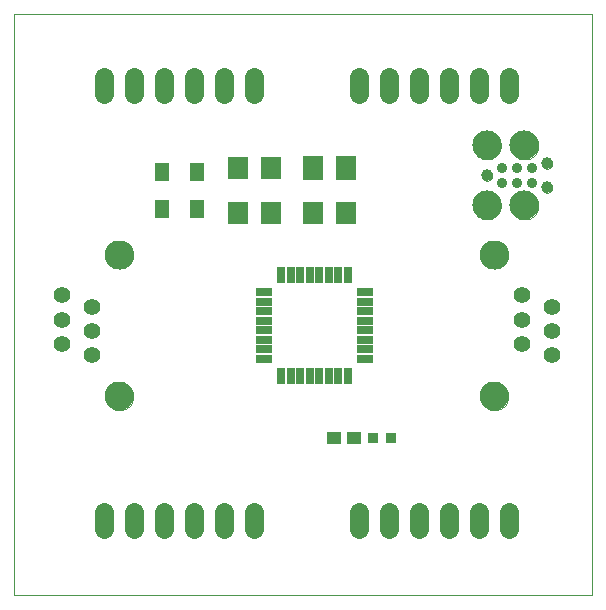
<source format=gts>
G75*
G70*
%OFA0B0*%
%FSLAX24Y24*%
%IPPOS*%
%LPD*%
%AMOC8*
5,1,8,0,0,1.08239X$1,22.5*
%
%ADD10C,0.0000*%
%ADD11R,0.0260X0.0540*%
%ADD12R,0.0540X0.0260*%
%ADD13R,0.0670X0.0827*%
%ADD14R,0.0670X0.0749*%
%ADD15C,0.0555*%
%ADD16C,0.0969*%
%ADD17R,0.0473X0.0434*%
%ADD18R,0.0355X0.0355*%
%ADD19C,0.0350*%
%ADD20C,0.0390*%
%ADD21C,0.0975*%
%ADD22R,0.0512X0.0591*%
%ADD23C,0.0634*%
D10*
X000162Y000100D02*
X000162Y019471D01*
X019407Y019471D01*
X019407Y000100D01*
X000162Y000100D01*
X003197Y006738D02*
X003199Y006781D01*
X003205Y006823D01*
X003215Y006865D01*
X003228Y006906D01*
X003246Y006945D01*
X003267Y006983D01*
X003291Y007018D01*
X003318Y007051D01*
X003349Y007082D01*
X003382Y007109D01*
X003417Y007133D01*
X003455Y007154D01*
X003494Y007172D01*
X003535Y007185D01*
X003577Y007195D01*
X003619Y007201D01*
X003662Y007203D01*
X003705Y007201D01*
X003747Y007195D01*
X003789Y007185D01*
X003830Y007172D01*
X003869Y007154D01*
X003907Y007133D01*
X003942Y007109D01*
X003975Y007082D01*
X004006Y007051D01*
X004033Y007018D01*
X004057Y006983D01*
X004078Y006945D01*
X004096Y006906D01*
X004109Y006865D01*
X004119Y006823D01*
X004125Y006781D01*
X004127Y006738D01*
X004125Y006695D01*
X004119Y006653D01*
X004109Y006611D01*
X004096Y006570D01*
X004078Y006531D01*
X004057Y006493D01*
X004033Y006458D01*
X004006Y006425D01*
X003975Y006394D01*
X003942Y006367D01*
X003907Y006343D01*
X003869Y006322D01*
X003830Y006304D01*
X003789Y006291D01*
X003747Y006281D01*
X003705Y006275D01*
X003662Y006273D01*
X003619Y006275D01*
X003577Y006281D01*
X003535Y006291D01*
X003494Y006304D01*
X003455Y006322D01*
X003417Y006343D01*
X003382Y006367D01*
X003349Y006394D01*
X003318Y006425D01*
X003291Y006458D01*
X003267Y006493D01*
X003246Y006531D01*
X003228Y006570D01*
X003215Y006611D01*
X003205Y006653D01*
X003199Y006695D01*
X003197Y006738D01*
X003197Y011462D02*
X003199Y011505D01*
X003205Y011547D01*
X003215Y011589D01*
X003228Y011630D01*
X003246Y011669D01*
X003267Y011707D01*
X003291Y011742D01*
X003318Y011775D01*
X003349Y011806D01*
X003382Y011833D01*
X003417Y011857D01*
X003455Y011878D01*
X003494Y011896D01*
X003535Y011909D01*
X003577Y011919D01*
X003619Y011925D01*
X003662Y011927D01*
X003705Y011925D01*
X003747Y011919D01*
X003789Y011909D01*
X003830Y011896D01*
X003869Y011878D01*
X003907Y011857D01*
X003942Y011833D01*
X003975Y011806D01*
X004006Y011775D01*
X004033Y011742D01*
X004057Y011707D01*
X004078Y011669D01*
X004096Y011630D01*
X004109Y011589D01*
X004119Y011547D01*
X004125Y011505D01*
X004127Y011462D01*
X004125Y011419D01*
X004119Y011377D01*
X004109Y011335D01*
X004096Y011294D01*
X004078Y011255D01*
X004057Y011217D01*
X004033Y011182D01*
X004006Y011149D01*
X003975Y011118D01*
X003942Y011091D01*
X003907Y011067D01*
X003869Y011046D01*
X003830Y011028D01*
X003789Y011015D01*
X003747Y011005D01*
X003705Y010999D01*
X003662Y010997D01*
X003619Y010999D01*
X003577Y011005D01*
X003535Y011015D01*
X003494Y011028D01*
X003455Y011046D01*
X003417Y011067D01*
X003382Y011091D01*
X003349Y011118D01*
X003318Y011149D01*
X003291Y011182D01*
X003267Y011217D01*
X003246Y011255D01*
X003228Y011294D01*
X003215Y011335D01*
X003205Y011377D01*
X003199Y011419D01*
X003197Y011462D01*
X015445Y013100D02*
X015447Y013143D01*
X015453Y013186D01*
X015463Y013228D01*
X015477Y013269D01*
X015494Y013308D01*
X015515Y013346D01*
X015539Y013381D01*
X015567Y013415D01*
X015597Y013445D01*
X015631Y013473D01*
X015666Y013497D01*
X015704Y013518D01*
X015743Y013535D01*
X015784Y013549D01*
X015826Y013559D01*
X015869Y013565D01*
X015912Y013567D01*
X015955Y013565D01*
X015998Y013559D01*
X016040Y013549D01*
X016081Y013535D01*
X016120Y013518D01*
X016158Y013497D01*
X016193Y013473D01*
X016227Y013445D01*
X016257Y013415D01*
X016285Y013381D01*
X016309Y013346D01*
X016330Y013308D01*
X016347Y013269D01*
X016361Y013228D01*
X016371Y013186D01*
X016377Y013143D01*
X016379Y013100D01*
X016377Y013057D01*
X016371Y013014D01*
X016361Y012972D01*
X016347Y012931D01*
X016330Y012892D01*
X016309Y012854D01*
X016285Y012819D01*
X016257Y012785D01*
X016227Y012755D01*
X016193Y012727D01*
X016158Y012703D01*
X016120Y012682D01*
X016081Y012665D01*
X016040Y012651D01*
X015998Y012641D01*
X015955Y012635D01*
X015912Y012633D01*
X015869Y012635D01*
X015826Y012641D01*
X015784Y012651D01*
X015743Y012665D01*
X015704Y012682D01*
X015666Y012703D01*
X015631Y012727D01*
X015597Y012755D01*
X015567Y012785D01*
X015539Y012819D01*
X015515Y012854D01*
X015494Y012892D01*
X015477Y012931D01*
X015463Y012972D01*
X015453Y013014D01*
X015447Y013057D01*
X015445Y013100D01*
X015737Y014100D02*
X015739Y014126D01*
X015745Y014152D01*
X015754Y014176D01*
X015767Y014199D01*
X015784Y014219D01*
X015803Y014237D01*
X015825Y014252D01*
X015848Y014263D01*
X015873Y014271D01*
X015899Y014275D01*
X015925Y014275D01*
X015951Y014271D01*
X015976Y014263D01*
X016000Y014252D01*
X016021Y014237D01*
X016040Y014219D01*
X016057Y014199D01*
X016070Y014176D01*
X016079Y014152D01*
X016085Y014126D01*
X016087Y014100D01*
X016085Y014074D01*
X016079Y014048D01*
X016070Y014024D01*
X016057Y014001D01*
X016040Y013981D01*
X016021Y013963D01*
X015999Y013948D01*
X015976Y013937D01*
X015951Y013929D01*
X015925Y013925D01*
X015899Y013925D01*
X015873Y013929D01*
X015848Y013937D01*
X015824Y013948D01*
X015803Y013963D01*
X015784Y013981D01*
X015767Y014001D01*
X015754Y014024D01*
X015745Y014048D01*
X015739Y014074D01*
X015737Y014100D01*
X015445Y015100D02*
X015447Y015143D01*
X015453Y015186D01*
X015463Y015228D01*
X015477Y015269D01*
X015494Y015308D01*
X015515Y015346D01*
X015539Y015381D01*
X015567Y015415D01*
X015597Y015445D01*
X015631Y015473D01*
X015666Y015497D01*
X015704Y015518D01*
X015743Y015535D01*
X015784Y015549D01*
X015826Y015559D01*
X015869Y015565D01*
X015912Y015567D01*
X015955Y015565D01*
X015998Y015559D01*
X016040Y015549D01*
X016081Y015535D01*
X016120Y015518D01*
X016158Y015497D01*
X016193Y015473D01*
X016227Y015445D01*
X016257Y015415D01*
X016285Y015381D01*
X016309Y015346D01*
X016330Y015308D01*
X016347Y015269D01*
X016361Y015228D01*
X016371Y015186D01*
X016377Y015143D01*
X016379Y015100D01*
X016377Y015057D01*
X016371Y015014D01*
X016361Y014972D01*
X016347Y014931D01*
X016330Y014892D01*
X016309Y014854D01*
X016285Y014819D01*
X016257Y014785D01*
X016227Y014755D01*
X016193Y014727D01*
X016158Y014703D01*
X016120Y014682D01*
X016081Y014665D01*
X016040Y014651D01*
X015998Y014641D01*
X015955Y014635D01*
X015912Y014633D01*
X015869Y014635D01*
X015826Y014641D01*
X015784Y014651D01*
X015743Y014665D01*
X015704Y014682D01*
X015666Y014703D01*
X015631Y014727D01*
X015597Y014755D01*
X015567Y014785D01*
X015539Y014819D01*
X015515Y014854D01*
X015494Y014892D01*
X015477Y014931D01*
X015463Y014972D01*
X015453Y015014D01*
X015447Y015057D01*
X015445Y015100D01*
X016695Y015100D02*
X016697Y015143D01*
X016703Y015186D01*
X016713Y015228D01*
X016727Y015269D01*
X016744Y015308D01*
X016765Y015346D01*
X016789Y015381D01*
X016817Y015415D01*
X016847Y015445D01*
X016881Y015473D01*
X016916Y015497D01*
X016954Y015518D01*
X016993Y015535D01*
X017034Y015549D01*
X017076Y015559D01*
X017119Y015565D01*
X017162Y015567D01*
X017205Y015565D01*
X017248Y015559D01*
X017290Y015549D01*
X017331Y015535D01*
X017370Y015518D01*
X017408Y015497D01*
X017443Y015473D01*
X017477Y015445D01*
X017507Y015415D01*
X017535Y015381D01*
X017559Y015346D01*
X017580Y015308D01*
X017597Y015269D01*
X017611Y015228D01*
X017621Y015186D01*
X017627Y015143D01*
X017629Y015100D01*
X017627Y015057D01*
X017621Y015014D01*
X017611Y014972D01*
X017597Y014931D01*
X017580Y014892D01*
X017559Y014854D01*
X017535Y014819D01*
X017507Y014785D01*
X017477Y014755D01*
X017443Y014727D01*
X017408Y014703D01*
X017370Y014682D01*
X017331Y014665D01*
X017290Y014651D01*
X017248Y014641D01*
X017205Y014635D01*
X017162Y014633D01*
X017119Y014635D01*
X017076Y014641D01*
X017034Y014651D01*
X016993Y014665D01*
X016954Y014682D01*
X016916Y014703D01*
X016881Y014727D01*
X016847Y014755D01*
X016817Y014785D01*
X016789Y014819D01*
X016765Y014854D01*
X016744Y014892D01*
X016727Y014931D01*
X016713Y014972D01*
X016703Y015014D01*
X016697Y015057D01*
X016695Y015100D01*
X017737Y014500D02*
X017739Y014526D01*
X017745Y014552D01*
X017754Y014576D01*
X017767Y014599D01*
X017784Y014619D01*
X017803Y014637D01*
X017825Y014652D01*
X017848Y014663D01*
X017873Y014671D01*
X017899Y014675D01*
X017925Y014675D01*
X017951Y014671D01*
X017976Y014663D01*
X018000Y014652D01*
X018021Y014637D01*
X018040Y014619D01*
X018057Y014599D01*
X018070Y014576D01*
X018079Y014552D01*
X018085Y014526D01*
X018087Y014500D01*
X018085Y014474D01*
X018079Y014448D01*
X018070Y014424D01*
X018057Y014401D01*
X018040Y014381D01*
X018021Y014363D01*
X017999Y014348D01*
X017976Y014337D01*
X017951Y014329D01*
X017925Y014325D01*
X017899Y014325D01*
X017873Y014329D01*
X017848Y014337D01*
X017824Y014348D01*
X017803Y014363D01*
X017784Y014381D01*
X017767Y014401D01*
X017754Y014424D01*
X017745Y014448D01*
X017739Y014474D01*
X017737Y014500D01*
X017737Y013700D02*
X017739Y013726D01*
X017745Y013752D01*
X017754Y013776D01*
X017767Y013799D01*
X017784Y013819D01*
X017803Y013837D01*
X017825Y013852D01*
X017848Y013863D01*
X017873Y013871D01*
X017899Y013875D01*
X017925Y013875D01*
X017951Y013871D01*
X017976Y013863D01*
X018000Y013852D01*
X018021Y013837D01*
X018040Y013819D01*
X018057Y013799D01*
X018070Y013776D01*
X018079Y013752D01*
X018085Y013726D01*
X018087Y013700D01*
X018085Y013674D01*
X018079Y013648D01*
X018070Y013624D01*
X018057Y013601D01*
X018040Y013581D01*
X018021Y013563D01*
X017999Y013548D01*
X017976Y013537D01*
X017951Y013529D01*
X017925Y013525D01*
X017899Y013525D01*
X017873Y013529D01*
X017848Y013537D01*
X017824Y013548D01*
X017803Y013563D01*
X017784Y013581D01*
X017767Y013601D01*
X017754Y013624D01*
X017745Y013648D01*
X017739Y013674D01*
X017737Y013700D01*
X016695Y013100D02*
X016697Y013143D01*
X016703Y013186D01*
X016713Y013228D01*
X016727Y013269D01*
X016744Y013308D01*
X016765Y013346D01*
X016789Y013381D01*
X016817Y013415D01*
X016847Y013445D01*
X016881Y013473D01*
X016916Y013497D01*
X016954Y013518D01*
X016993Y013535D01*
X017034Y013549D01*
X017076Y013559D01*
X017119Y013565D01*
X017162Y013567D01*
X017205Y013565D01*
X017248Y013559D01*
X017290Y013549D01*
X017331Y013535D01*
X017370Y013518D01*
X017408Y013497D01*
X017443Y013473D01*
X017477Y013445D01*
X017507Y013415D01*
X017535Y013381D01*
X017559Y013346D01*
X017580Y013308D01*
X017597Y013269D01*
X017611Y013228D01*
X017621Y013186D01*
X017627Y013143D01*
X017629Y013100D01*
X017627Y013057D01*
X017621Y013014D01*
X017611Y012972D01*
X017597Y012931D01*
X017580Y012892D01*
X017559Y012854D01*
X017535Y012819D01*
X017507Y012785D01*
X017477Y012755D01*
X017443Y012727D01*
X017408Y012703D01*
X017370Y012682D01*
X017331Y012665D01*
X017290Y012651D01*
X017248Y012641D01*
X017205Y012635D01*
X017162Y012633D01*
X017119Y012635D01*
X017076Y012641D01*
X017034Y012651D01*
X016993Y012665D01*
X016954Y012682D01*
X016916Y012703D01*
X016881Y012727D01*
X016847Y012755D01*
X016817Y012785D01*
X016789Y012819D01*
X016765Y012854D01*
X016744Y012892D01*
X016727Y012931D01*
X016713Y012972D01*
X016703Y013014D01*
X016697Y013057D01*
X016695Y013100D01*
X015697Y011462D02*
X015699Y011505D01*
X015705Y011547D01*
X015715Y011589D01*
X015728Y011630D01*
X015746Y011669D01*
X015767Y011707D01*
X015791Y011742D01*
X015818Y011775D01*
X015849Y011806D01*
X015882Y011833D01*
X015917Y011857D01*
X015955Y011878D01*
X015994Y011896D01*
X016035Y011909D01*
X016077Y011919D01*
X016119Y011925D01*
X016162Y011927D01*
X016205Y011925D01*
X016247Y011919D01*
X016289Y011909D01*
X016330Y011896D01*
X016369Y011878D01*
X016407Y011857D01*
X016442Y011833D01*
X016475Y011806D01*
X016506Y011775D01*
X016533Y011742D01*
X016557Y011707D01*
X016578Y011669D01*
X016596Y011630D01*
X016609Y011589D01*
X016619Y011547D01*
X016625Y011505D01*
X016627Y011462D01*
X016625Y011419D01*
X016619Y011377D01*
X016609Y011335D01*
X016596Y011294D01*
X016578Y011255D01*
X016557Y011217D01*
X016533Y011182D01*
X016506Y011149D01*
X016475Y011118D01*
X016442Y011091D01*
X016407Y011067D01*
X016369Y011046D01*
X016330Y011028D01*
X016289Y011015D01*
X016247Y011005D01*
X016205Y010999D01*
X016162Y010997D01*
X016119Y010999D01*
X016077Y011005D01*
X016035Y011015D01*
X015994Y011028D01*
X015955Y011046D01*
X015917Y011067D01*
X015882Y011091D01*
X015849Y011118D01*
X015818Y011149D01*
X015791Y011182D01*
X015767Y011217D01*
X015746Y011255D01*
X015728Y011294D01*
X015715Y011335D01*
X015705Y011377D01*
X015699Y011419D01*
X015697Y011462D01*
X015697Y006738D02*
X015699Y006781D01*
X015705Y006823D01*
X015715Y006865D01*
X015728Y006906D01*
X015746Y006945D01*
X015767Y006983D01*
X015791Y007018D01*
X015818Y007051D01*
X015849Y007082D01*
X015882Y007109D01*
X015917Y007133D01*
X015955Y007154D01*
X015994Y007172D01*
X016035Y007185D01*
X016077Y007195D01*
X016119Y007201D01*
X016162Y007203D01*
X016205Y007201D01*
X016247Y007195D01*
X016289Y007185D01*
X016330Y007172D01*
X016369Y007154D01*
X016407Y007133D01*
X016442Y007109D01*
X016475Y007082D01*
X016506Y007051D01*
X016533Y007018D01*
X016557Y006983D01*
X016578Y006945D01*
X016596Y006906D01*
X016609Y006865D01*
X016619Y006823D01*
X016625Y006781D01*
X016627Y006738D01*
X016625Y006695D01*
X016619Y006653D01*
X016609Y006611D01*
X016596Y006570D01*
X016578Y006531D01*
X016557Y006493D01*
X016533Y006458D01*
X016506Y006425D01*
X016475Y006394D01*
X016442Y006367D01*
X016407Y006343D01*
X016369Y006322D01*
X016330Y006304D01*
X016289Y006291D01*
X016247Y006281D01*
X016205Y006275D01*
X016162Y006273D01*
X016119Y006275D01*
X016077Y006281D01*
X016035Y006291D01*
X015994Y006304D01*
X015955Y006322D01*
X015917Y006343D01*
X015882Y006367D01*
X015849Y006394D01*
X015818Y006425D01*
X015791Y006458D01*
X015767Y006493D01*
X015746Y006531D01*
X015728Y006570D01*
X015715Y006611D01*
X015705Y006653D01*
X015699Y006695D01*
X015697Y006738D01*
D11*
X011264Y007410D03*
X010949Y007410D03*
X010634Y007410D03*
X010319Y007410D03*
X010004Y007410D03*
X009689Y007410D03*
X009374Y007410D03*
X009059Y007410D03*
X009059Y010790D03*
X009374Y010790D03*
X009689Y010790D03*
X010004Y010790D03*
X010319Y010790D03*
X010634Y010790D03*
X010949Y010790D03*
X011264Y010790D03*
D12*
X011852Y010202D03*
X011852Y009887D03*
X011852Y009572D03*
X011852Y009257D03*
X011852Y008943D03*
X011852Y008628D03*
X011852Y008313D03*
X011852Y007998D03*
X008472Y007998D03*
X008472Y008313D03*
X008472Y008628D03*
X008472Y008943D03*
X008472Y009257D03*
X008472Y009572D03*
X008472Y009887D03*
X008472Y010202D03*
D13*
X010110Y014350D03*
X011213Y014350D03*
D14*
X011213Y012850D03*
X010110Y012850D03*
X008713Y012850D03*
X007610Y012850D03*
X007610Y014350D03*
X008713Y014350D03*
D15*
X002756Y009706D03*
X002756Y008903D03*
X002756Y008100D03*
X001756Y008494D03*
X001756Y009297D03*
X001756Y010100D03*
X017067Y010100D03*
X017067Y009297D03*
X017067Y008494D03*
X018067Y008100D03*
X018067Y008903D03*
X018067Y009706D03*
D16*
X016162Y011462D03*
X016162Y006738D03*
X003662Y006738D03*
X003662Y011462D03*
D17*
X010827Y005350D03*
X011496Y005350D03*
D18*
X012116Y005350D03*
X012707Y005350D03*
D19*
X016412Y013850D03*
X016912Y013850D03*
X017412Y013850D03*
X017412Y014350D03*
X016912Y014350D03*
X016412Y014350D03*
D20*
X015912Y014100D03*
X017912Y013700D03*
X017912Y014500D03*
D21*
X017162Y015100D03*
X015912Y015100D03*
X015912Y013100D03*
X017162Y013100D03*
D22*
X006252Y012975D03*
X005071Y012975D03*
X005071Y014225D03*
X006252Y014225D03*
D23*
X006162Y016803D02*
X006162Y017397D01*
X007162Y017397D02*
X007162Y016803D01*
X008162Y016803D02*
X008162Y017397D01*
X005162Y017397D02*
X005162Y016803D01*
X004162Y016803D02*
X004162Y017397D01*
X003162Y017397D02*
X003162Y016803D01*
X011662Y016803D02*
X011662Y017397D01*
X012662Y017397D02*
X012662Y016803D01*
X013662Y016803D02*
X013662Y017397D01*
X014662Y017397D02*
X014662Y016803D01*
X015662Y016803D02*
X015662Y017397D01*
X016662Y017397D02*
X016662Y016803D01*
X016662Y002897D02*
X016662Y002303D01*
X015662Y002303D02*
X015662Y002897D01*
X014662Y002897D02*
X014662Y002303D01*
X013662Y002303D02*
X013662Y002897D01*
X012662Y002897D02*
X012662Y002303D01*
X011662Y002303D02*
X011662Y002897D01*
X008162Y002897D02*
X008162Y002303D01*
X007162Y002303D02*
X007162Y002897D01*
X006162Y002897D02*
X006162Y002303D01*
X005162Y002303D02*
X005162Y002897D01*
X004162Y002897D02*
X004162Y002303D01*
X003162Y002303D02*
X003162Y002897D01*
M02*

</source>
